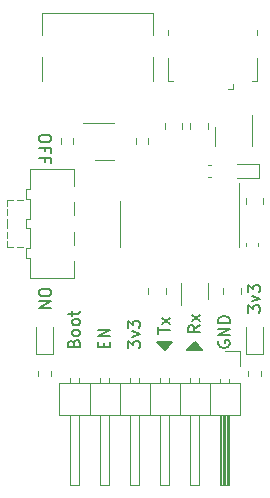
<source format=gto>
G04 #@! TF.GenerationSoftware,KiCad,Pcbnew,7.0.5-7.0.5~ubuntu22.04.1*
G04 #@! TF.CreationDate,2023-07-13T11:12:20+08:00*
G04 #@! TF.ProjectId,EFP-flash,4546502d-666c-4617-9368-2e6b69636164,v1.1.0*
G04 #@! TF.SameCoordinates,Original*
G04 #@! TF.FileFunction,Legend,Top*
G04 #@! TF.FilePolarity,Positive*
%FSLAX46Y46*%
G04 Gerber Fmt 4.6, Leading zero omitted, Abs format (unit mm)*
G04 Created by KiCad (PCBNEW 7.0.5-7.0.5~ubuntu22.04.1) date 2023-07-13 11:12:20*
%MOMM*%
%LPD*%
G01*
G04 APERTURE LIST*
%ADD10C,0.150000*%
%ADD11C,0.120000*%
G04 APERTURE END LIST*
D10*
X147320000Y-64643000D02*
X146050000Y-64643000D01*
X146685000Y-64008000D01*
X147320000Y-64643000D01*
G36*
X147320000Y-64643000D02*
G01*
X146050000Y-64643000D01*
X146685000Y-64008000D01*
X147320000Y-64643000D01*
G37*
X144145000Y-64643000D02*
X143510000Y-64008000D01*
X144780000Y-64008000D01*
X144145000Y-64643000D01*
G36*
X144145000Y-64643000D02*
G01*
X143510000Y-64008000D01*
X144780000Y-64008000D01*
X144145000Y-64643000D01*
G37*
X134530180Y-46672619D02*
X134530180Y-46863095D01*
X134530180Y-46863095D02*
X134482561Y-46958333D01*
X134482561Y-46958333D02*
X134387323Y-47053571D01*
X134387323Y-47053571D02*
X134196847Y-47101190D01*
X134196847Y-47101190D02*
X133863514Y-47101190D01*
X133863514Y-47101190D02*
X133673038Y-47053571D01*
X133673038Y-47053571D02*
X133577800Y-46958333D01*
X133577800Y-46958333D02*
X133530180Y-46863095D01*
X133530180Y-46863095D02*
X133530180Y-46672619D01*
X133530180Y-46672619D02*
X133577800Y-46577381D01*
X133577800Y-46577381D02*
X133673038Y-46482143D01*
X133673038Y-46482143D02*
X133863514Y-46434524D01*
X133863514Y-46434524D02*
X134196847Y-46434524D01*
X134196847Y-46434524D02*
X134387323Y-46482143D01*
X134387323Y-46482143D02*
X134482561Y-46577381D01*
X134482561Y-46577381D02*
X134530180Y-46672619D01*
X134053990Y-47863095D02*
X134053990Y-47529762D01*
X133530180Y-47529762D02*
X134530180Y-47529762D01*
X134530180Y-47529762D02*
X134530180Y-48005952D01*
X134053990Y-48720238D02*
X134053990Y-48386905D01*
X133530180Y-48386905D02*
X134530180Y-48386905D01*
X134530180Y-48386905D02*
X134530180Y-48863095D01*
X143599819Y-63306077D02*
X143599819Y-62734649D01*
X144599819Y-63020363D02*
X143599819Y-63020363D01*
X144599819Y-62496553D02*
X143933152Y-61972744D01*
X143933152Y-62496553D02*
X144599819Y-61972744D01*
X136456009Y-64099887D02*
X136503628Y-63957030D01*
X136503628Y-63957030D02*
X136551247Y-63909411D01*
X136551247Y-63909411D02*
X136646485Y-63861792D01*
X136646485Y-63861792D02*
X136789342Y-63861792D01*
X136789342Y-63861792D02*
X136884580Y-63909411D01*
X136884580Y-63909411D02*
X136932200Y-63957030D01*
X136932200Y-63957030D02*
X136979819Y-64052268D01*
X136979819Y-64052268D02*
X136979819Y-64433220D01*
X136979819Y-64433220D02*
X135979819Y-64433220D01*
X135979819Y-64433220D02*
X135979819Y-64099887D01*
X135979819Y-64099887D02*
X136027438Y-64004649D01*
X136027438Y-64004649D02*
X136075057Y-63957030D01*
X136075057Y-63957030D02*
X136170295Y-63909411D01*
X136170295Y-63909411D02*
X136265533Y-63909411D01*
X136265533Y-63909411D02*
X136360771Y-63957030D01*
X136360771Y-63957030D02*
X136408390Y-64004649D01*
X136408390Y-64004649D02*
X136456009Y-64099887D01*
X136456009Y-64099887D02*
X136456009Y-64433220D01*
X136979819Y-63290363D02*
X136932200Y-63385601D01*
X136932200Y-63385601D02*
X136884580Y-63433220D01*
X136884580Y-63433220D02*
X136789342Y-63480839D01*
X136789342Y-63480839D02*
X136503628Y-63480839D01*
X136503628Y-63480839D02*
X136408390Y-63433220D01*
X136408390Y-63433220D02*
X136360771Y-63385601D01*
X136360771Y-63385601D02*
X136313152Y-63290363D01*
X136313152Y-63290363D02*
X136313152Y-63147506D01*
X136313152Y-63147506D02*
X136360771Y-63052268D01*
X136360771Y-63052268D02*
X136408390Y-63004649D01*
X136408390Y-63004649D02*
X136503628Y-62957030D01*
X136503628Y-62957030D02*
X136789342Y-62957030D01*
X136789342Y-62957030D02*
X136884580Y-63004649D01*
X136884580Y-63004649D02*
X136932200Y-63052268D01*
X136932200Y-63052268D02*
X136979819Y-63147506D01*
X136979819Y-63147506D02*
X136979819Y-63290363D01*
X136979819Y-62385601D02*
X136932200Y-62480839D01*
X136932200Y-62480839D02*
X136884580Y-62528458D01*
X136884580Y-62528458D02*
X136789342Y-62576077D01*
X136789342Y-62576077D02*
X136503628Y-62576077D01*
X136503628Y-62576077D02*
X136408390Y-62528458D01*
X136408390Y-62528458D02*
X136360771Y-62480839D01*
X136360771Y-62480839D02*
X136313152Y-62385601D01*
X136313152Y-62385601D02*
X136313152Y-62242744D01*
X136313152Y-62242744D02*
X136360771Y-62147506D01*
X136360771Y-62147506D02*
X136408390Y-62099887D01*
X136408390Y-62099887D02*
X136503628Y-62052268D01*
X136503628Y-62052268D02*
X136789342Y-62052268D01*
X136789342Y-62052268D02*
X136884580Y-62099887D01*
X136884580Y-62099887D02*
X136932200Y-62147506D01*
X136932200Y-62147506D02*
X136979819Y-62242744D01*
X136979819Y-62242744D02*
X136979819Y-62385601D01*
X136313152Y-61766553D02*
X136313152Y-61385601D01*
X135979819Y-61623696D02*
X136836961Y-61623696D01*
X136836961Y-61623696D02*
X136932200Y-61576077D01*
X136932200Y-61576077D02*
X136979819Y-61480839D01*
X136979819Y-61480839D02*
X136979819Y-61385601D01*
X148727438Y-63909411D02*
X148679819Y-64004649D01*
X148679819Y-64004649D02*
X148679819Y-64147506D01*
X148679819Y-64147506D02*
X148727438Y-64290363D01*
X148727438Y-64290363D02*
X148822676Y-64385601D01*
X148822676Y-64385601D02*
X148917914Y-64433220D01*
X148917914Y-64433220D02*
X149108390Y-64480839D01*
X149108390Y-64480839D02*
X149251247Y-64480839D01*
X149251247Y-64480839D02*
X149441723Y-64433220D01*
X149441723Y-64433220D02*
X149536961Y-64385601D01*
X149536961Y-64385601D02*
X149632200Y-64290363D01*
X149632200Y-64290363D02*
X149679819Y-64147506D01*
X149679819Y-64147506D02*
X149679819Y-64052268D01*
X149679819Y-64052268D02*
X149632200Y-63909411D01*
X149632200Y-63909411D02*
X149584580Y-63861792D01*
X149584580Y-63861792D02*
X149251247Y-63861792D01*
X149251247Y-63861792D02*
X149251247Y-64052268D01*
X149679819Y-63433220D02*
X148679819Y-63433220D01*
X148679819Y-63433220D02*
X149679819Y-62861792D01*
X149679819Y-62861792D02*
X148679819Y-62861792D01*
X149679819Y-62385601D02*
X148679819Y-62385601D01*
X148679819Y-62385601D02*
X148679819Y-62147506D01*
X148679819Y-62147506D02*
X148727438Y-62004649D01*
X148727438Y-62004649D02*
X148822676Y-61909411D01*
X148822676Y-61909411D02*
X148917914Y-61861792D01*
X148917914Y-61861792D02*
X149108390Y-61814173D01*
X149108390Y-61814173D02*
X149251247Y-61814173D01*
X149251247Y-61814173D02*
X149441723Y-61861792D01*
X149441723Y-61861792D02*
X149536961Y-61909411D01*
X149536961Y-61909411D02*
X149632200Y-62004649D01*
X149632200Y-62004649D02*
X149679819Y-62147506D01*
X149679819Y-62147506D02*
X149679819Y-62385601D01*
X138996009Y-64433220D02*
X138996009Y-64099887D01*
X139519819Y-63957030D02*
X139519819Y-64433220D01*
X139519819Y-64433220D02*
X138519819Y-64433220D01*
X138519819Y-64433220D02*
X138519819Y-63957030D01*
X139519819Y-63528458D02*
X138519819Y-63528458D01*
X138519819Y-63528458D02*
X139519819Y-62957030D01*
X139519819Y-62957030D02*
X138519819Y-62957030D01*
X147139819Y-62591792D02*
X146663628Y-62925125D01*
X147139819Y-63163220D02*
X146139819Y-63163220D01*
X146139819Y-63163220D02*
X146139819Y-62782268D01*
X146139819Y-62782268D02*
X146187438Y-62687030D01*
X146187438Y-62687030D02*
X146235057Y-62639411D01*
X146235057Y-62639411D02*
X146330295Y-62591792D01*
X146330295Y-62591792D02*
X146473152Y-62591792D01*
X146473152Y-62591792D02*
X146568390Y-62639411D01*
X146568390Y-62639411D02*
X146616009Y-62687030D01*
X146616009Y-62687030D02*
X146663628Y-62782268D01*
X146663628Y-62782268D02*
X146663628Y-63163220D01*
X147139819Y-62258458D02*
X146473152Y-61734649D01*
X146473152Y-62258458D02*
X147139819Y-61734649D01*
X134530180Y-59705952D02*
X134530180Y-59896428D01*
X134530180Y-59896428D02*
X134482561Y-59991666D01*
X134482561Y-59991666D02*
X134387323Y-60086904D01*
X134387323Y-60086904D02*
X134196847Y-60134523D01*
X134196847Y-60134523D02*
X133863514Y-60134523D01*
X133863514Y-60134523D02*
X133673038Y-60086904D01*
X133673038Y-60086904D02*
X133577800Y-59991666D01*
X133577800Y-59991666D02*
X133530180Y-59896428D01*
X133530180Y-59896428D02*
X133530180Y-59705952D01*
X133530180Y-59705952D02*
X133577800Y-59610714D01*
X133577800Y-59610714D02*
X133673038Y-59515476D01*
X133673038Y-59515476D02*
X133863514Y-59467857D01*
X133863514Y-59467857D02*
X134196847Y-59467857D01*
X134196847Y-59467857D02*
X134387323Y-59515476D01*
X134387323Y-59515476D02*
X134482561Y-59610714D01*
X134482561Y-59610714D02*
X134530180Y-59705952D01*
X133530180Y-60563095D02*
X134530180Y-60563095D01*
X134530180Y-60563095D02*
X133530180Y-61134523D01*
X133530180Y-61134523D02*
X134530180Y-61134523D01*
X151219819Y-61515475D02*
X151219819Y-60896428D01*
X151219819Y-60896428D02*
X151600771Y-61229761D01*
X151600771Y-61229761D02*
X151600771Y-61086904D01*
X151600771Y-61086904D02*
X151648390Y-60991666D01*
X151648390Y-60991666D02*
X151696009Y-60944047D01*
X151696009Y-60944047D02*
X151791247Y-60896428D01*
X151791247Y-60896428D02*
X152029342Y-60896428D01*
X152029342Y-60896428D02*
X152124580Y-60944047D01*
X152124580Y-60944047D02*
X152172200Y-60991666D01*
X152172200Y-60991666D02*
X152219819Y-61086904D01*
X152219819Y-61086904D02*
X152219819Y-61372618D01*
X152219819Y-61372618D02*
X152172200Y-61467856D01*
X152172200Y-61467856D02*
X152124580Y-61515475D01*
X151553152Y-60563094D02*
X152219819Y-60324999D01*
X152219819Y-60324999D02*
X151553152Y-60086904D01*
X151219819Y-59801189D02*
X151219819Y-59182142D01*
X151219819Y-59182142D02*
X151600771Y-59515475D01*
X151600771Y-59515475D02*
X151600771Y-59372618D01*
X151600771Y-59372618D02*
X151648390Y-59277380D01*
X151648390Y-59277380D02*
X151696009Y-59229761D01*
X151696009Y-59229761D02*
X151791247Y-59182142D01*
X151791247Y-59182142D02*
X152029342Y-59182142D01*
X152029342Y-59182142D02*
X152124580Y-59229761D01*
X152124580Y-59229761D02*
X152172200Y-59277380D01*
X152172200Y-59277380D02*
X152219819Y-59372618D01*
X152219819Y-59372618D02*
X152219819Y-59658332D01*
X152219819Y-59658332D02*
X152172200Y-59753570D01*
X152172200Y-59753570D02*
X152124580Y-59801189D01*
X141059819Y-64528458D02*
X141059819Y-63909411D01*
X141059819Y-63909411D02*
X141440771Y-64242744D01*
X141440771Y-64242744D02*
X141440771Y-64099887D01*
X141440771Y-64099887D02*
X141488390Y-64004649D01*
X141488390Y-64004649D02*
X141536009Y-63957030D01*
X141536009Y-63957030D02*
X141631247Y-63909411D01*
X141631247Y-63909411D02*
X141869342Y-63909411D01*
X141869342Y-63909411D02*
X141964580Y-63957030D01*
X141964580Y-63957030D02*
X142012200Y-64004649D01*
X142012200Y-64004649D02*
X142059819Y-64099887D01*
X142059819Y-64099887D02*
X142059819Y-64385601D01*
X142059819Y-64385601D02*
X142012200Y-64480839D01*
X142012200Y-64480839D02*
X141964580Y-64528458D01*
X141393152Y-63576077D02*
X142059819Y-63337982D01*
X142059819Y-63337982D02*
X141393152Y-63099887D01*
X141059819Y-62814172D02*
X141059819Y-62195125D01*
X141059819Y-62195125D02*
X141440771Y-62528458D01*
X141440771Y-62528458D02*
X141440771Y-62385601D01*
X141440771Y-62385601D02*
X141488390Y-62290363D01*
X141488390Y-62290363D02*
X141536009Y-62242744D01*
X141536009Y-62242744D02*
X141631247Y-62195125D01*
X141631247Y-62195125D02*
X141869342Y-62195125D01*
X141869342Y-62195125D02*
X141964580Y-62242744D01*
X141964580Y-62242744D02*
X142012200Y-62290363D01*
X142012200Y-62290363D02*
X142059819Y-62385601D01*
X142059819Y-62385601D02*
X142059819Y-62671315D01*
X142059819Y-62671315D02*
X142012200Y-62766553D01*
X142012200Y-62766553D02*
X141964580Y-62814172D01*
D11*
G04 #@! TO.C,R104*
X149125000Y-59917064D02*
X149125000Y-59462936D01*
X150595000Y-59917064D02*
X150595000Y-59462936D01*
G04 #@! TO.C,J101*
X151969000Y-41919000D02*
X151549000Y-41919000D01*
X151969000Y-39939000D02*
X151969000Y-41919000D01*
X151969000Y-37569000D02*
X151969000Y-37969000D01*
X149969000Y-42149000D02*
X149969000Y-42599000D01*
X149519000Y-42599000D02*
X149969000Y-42599000D01*
X144449000Y-41919000D02*
X144869000Y-41919000D01*
X144449000Y-39939000D02*
X144449000Y-41919000D01*
X144449000Y-37969000D02*
X144449000Y-37569000D01*
G04 #@! TO.C,C103*
X147814420Y-49020000D02*
X148095580Y-49020000D01*
X147814420Y-50040000D02*
X148095580Y-50040000D01*
G04 #@! TO.C,U101*
X139065000Y-45430000D02*
X137265000Y-45430000D01*
X139065000Y-45430000D02*
X139865000Y-45430000D01*
X139065000Y-48550000D02*
X138265000Y-48550000D01*
X139065000Y-48550000D02*
X139865000Y-48550000D01*
G04 #@! TO.C,U102*
X151547000Y-46609000D02*
X151547000Y-44809000D01*
X151547000Y-46609000D02*
X151547000Y-47409000D01*
X148427000Y-46609000D02*
X148427000Y-45809000D01*
X148427000Y-46609000D02*
X148427000Y-47409000D01*
G04 #@! TO.C,U103*
X150475000Y-53975000D02*
X150475000Y-50525000D01*
X150475000Y-53975000D02*
X150475000Y-55925000D01*
X140355000Y-53975000D02*
X140355000Y-52025000D01*
X140355000Y-53975000D02*
X140355000Y-55925000D01*
G04 #@! TO.C,D101*
X152153000Y-50130000D02*
X152153000Y-48930000D01*
X150303000Y-50130000D02*
X152153000Y-50130000D01*
X150303000Y-48930000D02*
X152153000Y-48930000D01*
G04 #@! TO.C,C104*
X151001000Y-55893580D02*
X151001000Y-55612420D01*
X152021000Y-55893580D02*
X152021000Y-55612420D01*
G04 #@! TO.C,R105*
X134507500Y-66437742D02*
X134507500Y-66912258D01*
X133462500Y-66437742D02*
X133462500Y-66912258D01*
G04 #@! TO.C,R102*
X141717500Y-47227258D02*
X141717500Y-46752742D01*
X142762500Y-47227258D02*
X142762500Y-46752742D01*
G04 #@! TO.C,C102*
X152500000Y-51808748D02*
X152500000Y-52331252D01*
X151030000Y-51808748D02*
X151030000Y-52331252D01*
G04 #@! TO.C,Q101*
X147845000Y-60390000D02*
X147845000Y-58990000D01*
X145525000Y-58990000D02*
X145525000Y-60890000D01*
G04 #@! TO.C,R106*
X152287500Y-66437742D02*
X152287500Y-66912258D01*
X151242500Y-66437742D02*
X151242500Y-66912258D01*
G04 #@! TO.C,D102*
X133250000Y-64985000D02*
X134720000Y-64985000D01*
X134720000Y-64985000D02*
X134720000Y-62700000D01*
X133250000Y-62700000D02*
X133250000Y-64985000D01*
G04 #@! TO.C,C101*
X146331000Y-45981252D02*
X146331000Y-45458748D01*
X147801000Y-45981252D02*
X147801000Y-45458748D01*
G04 #@! TO.C,D103*
X151030000Y-64985000D02*
X152500000Y-64985000D01*
X152500000Y-64985000D02*
X152500000Y-62700000D01*
X151030000Y-62700000D02*
X151030000Y-64985000D01*
G04 #@! TO.C,SW101*
X136520000Y-49375000D02*
X136520000Y-50775000D01*
X132720000Y-49375000D02*
X136520000Y-49375000D01*
X132720000Y-49375000D02*
X132720000Y-49375000D01*
X132720000Y-51075000D02*
X132720000Y-49375000D01*
X132420000Y-51075000D02*
X132720000Y-51075000D01*
X132720000Y-51875000D02*
X132420000Y-51875000D01*
X132420000Y-51875000D02*
X132420000Y-51075000D01*
X132120000Y-51975000D02*
X132120000Y-51975000D01*
X131620000Y-51975000D02*
X132120000Y-51975000D01*
X131320000Y-51975000D02*
X131320000Y-51975000D01*
X130820000Y-51975000D02*
X131320000Y-51975000D01*
X130820000Y-51975000D02*
X130820000Y-52475000D01*
X136520000Y-52175000D02*
X136520000Y-52175000D01*
X130820000Y-52475000D02*
X130820000Y-52475000D01*
X130820000Y-52775000D02*
X130820000Y-53275000D01*
X136520000Y-53275000D02*
X136520000Y-52175000D01*
X130820000Y-53275000D02*
X130820000Y-53275000D01*
X132720000Y-53575000D02*
X132720000Y-51875000D01*
X132420000Y-53575000D02*
X132720000Y-53575000D01*
X130820000Y-53575000D02*
X130820000Y-53575000D01*
X132720000Y-54375000D02*
X132420000Y-54375000D01*
X132420000Y-54375000D02*
X132420000Y-53575000D01*
X130820000Y-54375000D02*
X130820000Y-53575000D01*
X136520000Y-54675000D02*
X136520000Y-54675000D01*
X130820000Y-54675000D02*
X130820000Y-54675000D01*
X130820000Y-55175000D02*
X130820000Y-54675000D01*
X130820000Y-55475000D02*
X130820000Y-55475000D01*
X136520000Y-55775000D02*
X136520000Y-54675000D01*
X132120000Y-55975000D02*
X132120000Y-55975000D01*
X131620000Y-55975000D02*
X132120000Y-55975000D01*
X131320000Y-55975000D02*
X131320000Y-55975000D01*
X130820000Y-55975000D02*
X130820000Y-55475000D01*
X130820000Y-55975000D02*
X131320000Y-55975000D01*
X132720000Y-56075000D02*
X132720000Y-54375000D01*
X132420000Y-56075000D02*
X132720000Y-56075000D01*
X132720000Y-56875000D02*
X132420000Y-56875000D01*
X132420000Y-56875000D02*
X132420000Y-56075000D01*
X136520000Y-57175000D02*
X136520000Y-58575000D01*
X136520000Y-58575000D02*
X132720000Y-58575000D01*
X132720000Y-58575000D02*
X132720000Y-56875000D01*
G04 #@! TO.C,R101*
X135367500Y-47227258D02*
X135367500Y-46752742D01*
X136412500Y-47227258D02*
X136412500Y-46752742D01*
G04 #@! TO.C,F101*
X144197000Y-45981252D02*
X144197000Y-45458748D01*
X145617000Y-45981252D02*
X145617000Y-45458748D01*
G04 #@! TO.C,J102*
X143130000Y-41905000D02*
X143130000Y-39905000D01*
X143130000Y-38005000D02*
X143130000Y-36105000D01*
X143130000Y-36105000D02*
X133730000Y-36105000D01*
X133730000Y-41905000D02*
X133730000Y-39905000D01*
X133730000Y-38005000D02*
X133730000Y-36105000D01*
G04 #@! TO.C,J103*
X150495000Y-64770000D02*
X150495000Y-66040000D01*
X149225000Y-64770000D02*
X150495000Y-64770000D01*
X147065000Y-67082929D02*
X147065000Y-67480000D01*
X146305000Y-67082929D02*
X146305000Y-67480000D01*
X144525000Y-67082929D02*
X144525000Y-67480000D01*
X143765000Y-67082929D02*
X143765000Y-67480000D01*
X141985000Y-67082929D02*
X141985000Y-67480000D01*
X141225000Y-67082929D02*
X141225000Y-67480000D01*
X139445000Y-67082929D02*
X139445000Y-67480000D01*
X138685000Y-67082929D02*
X138685000Y-67480000D01*
X136905000Y-67082929D02*
X136905000Y-67480000D01*
X136145000Y-67082929D02*
X136145000Y-67480000D01*
X149605000Y-67150000D02*
X149605000Y-67480000D01*
X148845000Y-67150000D02*
X148845000Y-67480000D01*
X150555000Y-67480000D02*
X135195000Y-67480000D01*
X147955000Y-67480000D02*
X147955000Y-70140000D01*
X145415000Y-67480000D02*
X145415000Y-70140000D01*
X142875000Y-67480000D02*
X142875000Y-70140000D01*
X140335000Y-67480000D02*
X140335000Y-70140000D01*
X137795000Y-67480000D02*
X137795000Y-70140000D01*
X135195000Y-67480000D02*
X135195000Y-70140000D01*
X150555000Y-70140000D02*
X150555000Y-67480000D01*
X149605000Y-70140000D02*
X149605000Y-76140000D01*
X149545000Y-70140000D02*
X149545000Y-76140000D01*
X149425000Y-70140000D02*
X149425000Y-76140000D01*
X149305000Y-70140000D02*
X149305000Y-76140000D01*
X149185000Y-70140000D02*
X149185000Y-76140000D01*
X149065000Y-70140000D02*
X149065000Y-76140000D01*
X148945000Y-70140000D02*
X148945000Y-76140000D01*
X147065000Y-70140000D02*
X147065000Y-76140000D01*
X144525000Y-70140000D02*
X144525000Y-76140000D01*
X141985000Y-70140000D02*
X141985000Y-76140000D01*
X139445000Y-70140000D02*
X139445000Y-76140000D01*
X136905000Y-70140000D02*
X136905000Y-76140000D01*
X135195000Y-70140000D02*
X150555000Y-70140000D01*
X149605000Y-76140000D02*
X148845000Y-76140000D01*
X148845000Y-76140000D02*
X148845000Y-70140000D01*
X147065000Y-76140000D02*
X146305000Y-76140000D01*
X146305000Y-76140000D02*
X146305000Y-70140000D01*
X144525000Y-76140000D02*
X143765000Y-76140000D01*
X143765000Y-76140000D02*
X143765000Y-70140000D01*
X141985000Y-76140000D02*
X141225000Y-76140000D01*
X141225000Y-76140000D02*
X141225000Y-70140000D01*
X139445000Y-76140000D02*
X138685000Y-76140000D01*
X138685000Y-76140000D02*
X138685000Y-70140000D01*
X136905000Y-76140000D02*
X136145000Y-76140000D01*
X136145000Y-76140000D02*
X136145000Y-70140000D01*
G04 #@! TO.C,R103*
X144245000Y-59462936D02*
X144245000Y-59917064D01*
X142775000Y-59462936D02*
X142775000Y-59917064D01*
G04 #@! TD*
M02*

</source>
